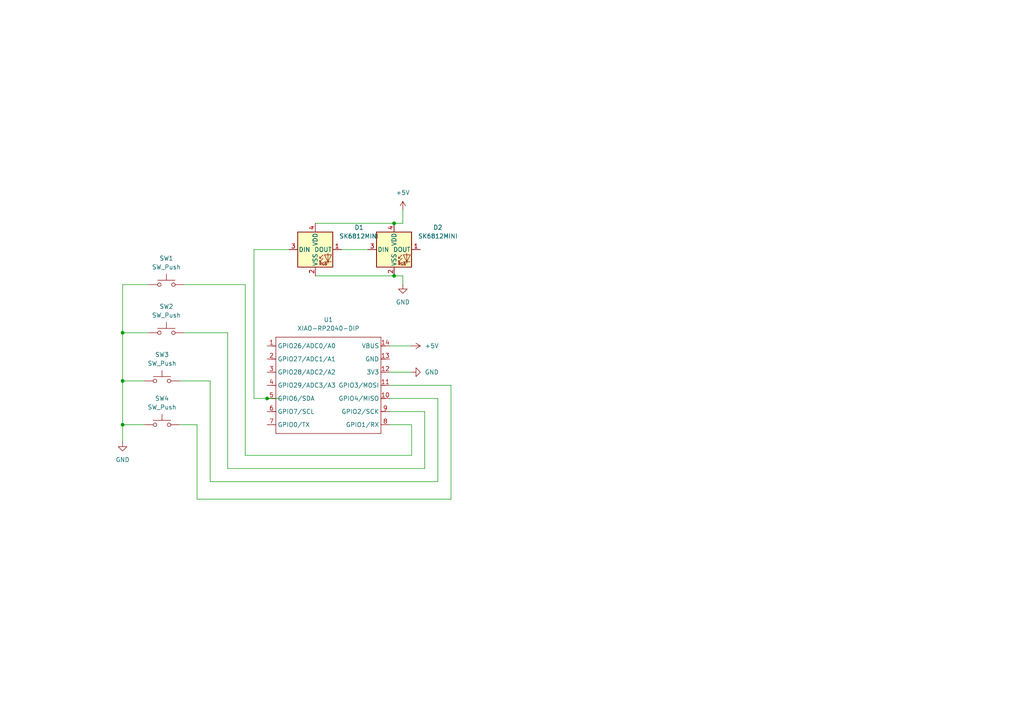
<source format=kicad_sch>
(kicad_sch
	(version 20250114)
	(generator "eeschema")
	(generator_version "9.0")
	(uuid "1d452e70-0e4a-42ed-9fad-1152291fd6e6")
	(paper "A4")
	(lib_symbols
		(symbol "LED:SK6812MINI"
			(pin_names
				(offset 0.254)
			)
			(exclude_from_sim no)
			(in_bom yes)
			(on_board yes)
			(property "Reference" "D"
				(at 5.08 5.715 0)
				(effects
					(font
						(size 1.27 1.27)
					)
					(justify right bottom)
				)
			)
			(property "Value" "SK6812MINI"
				(at 1.27 -5.715 0)
				(effects
					(font
						(size 1.27 1.27)
					)
					(justify left top)
				)
			)
			(property "Footprint" "LED_SMD:LED_SK6812MINI_PLCC4_3.5x3.5mm_P1.75mm"
				(at 1.27 -7.62 0)
				(effects
					(font
						(size 1.27 1.27)
					)
					(justify left top)
					(hide yes)
				)
			)
			(property "Datasheet" "https://cdn-shop.adafruit.com/product-files/2686/SK6812MINI_REV.01-1-2.pdf"
				(at 2.54 -9.525 0)
				(effects
					(font
						(size 1.27 1.27)
					)
					(justify left top)
					(hide yes)
				)
			)
			(property "Description" "RGB LED with integrated controller"
				(at 0 0 0)
				(effects
					(font
						(size 1.27 1.27)
					)
					(hide yes)
				)
			)
			(property "ki_keywords" "RGB LED NeoPixel Mini addressable"
				(at 0 0 0)
				(effects
					(font
						(size 1.27 1.27)
					)
					(hide yes)
				)
			)
			(property "ki_fp_filters" "LED*SK6812MINI*PLCC*3.5x3.5mm*P1.75mm*"
				(at 0 0 0)
				(effects
					(font
						(size 1.27 1.27)
					)
					(hide yes)
				)
			)
			(symbol "SK6812MINI_0_0"
				(text "RGB"
					(at 2.286 -4.191 0)
					(effects
						(font
							(size 0.762 0.762)
						)
					)
				)
			)
			(symbol "SK6812MINI_0_1"
				(polyline
					(pts
						(xy 1.27 -2.54) (xy 1.778 -2.54)
					)
					(stroke
						(width 0)
						(type default)
					)
					(fill
						(type none)
					)
				)
				(polyline
					(pts
						(xy 1.27 -3.556) (xy 1.778 -3.556)
					)
					(stroke
						(width 0)
						(type default)
					)
					(fill
						(type none)
					)
				)
				(polyline
					(pts
						(xy 2.286 -1.524) (xy 1.27 -2.54) (xy 1.27 -2.032)
					)
					(stroke
						(width 0)
						(type default)
					)
					(fill
						(type none)
					)
				)
				(polyline
					(pts
						(xy 2.286 -2.54) (xy 1.27 -3.556) (xy 1.27 -3.048)
					)
					(stroke
						(width 0)
						(type default)
					)
					(fill
						(type none)
					)
				)
				(polyline
					(pts
						(xy 3.683 -1.016) (xy 3.683 -3.556) (xy 3.683 -4.064)
					)
					(stroke
						(width 0)
						(type default)
					)
					(fill
						(type none)
					)
				)
				(polyline
					(pts
						(xy 4.699 -1.524) (xy 2.667 -1.524) (xy 3.683 -3.556) (xy 4.699 -1.524)
					)
					(stroke
						(width 0)
						(type default)
					)
					(fill
						(type none)
					)
				)
				(polyline
					(pts
						(xy 4.699 -3.556) (xy 2.667 -3.556)
					)
					(stroke
						(width 0)
						(type default)
					)
					(fill
						(type none)
					)
				)
				(rectangle
					(start 5.08 5.08)
					(end -5.08 -5.08)
					(stroke
						(width 0.254)
						(type default)
					)
					(fill
						(type background)
					)
				)
			)
			(symbol "SK6812MINI_1_1"
				(pin input line
					(at -7.62 0 0)
					(length 2.54)
					(name "DIN"
						(effects
							(font
								(size 1.27 1.27)
							)
						)
					)
					(number "3"
						(effects
							(font
								(size 1.27 1.27)
							)
						)
					)
				)
				(pin power_in line
					(at 0 7.62 270)
					(length 2.54)
					(name "VDD"
						(effects
							(font
								(size 1.27 1.27)
							)
						)
					)
					(number "4"
						(effects
							(font
								(size 1.27 1.27)
							)
						)
					)
				)
				(pin power_in line
					(at 0 -7.62 90)
					(length 2.54)
					(name "VSS"
						(effects
							(font
								(size 1.27 1.27)
							)
						)
					)
					(number "2"
						(effects
							(font
								(size 1.27 1.27)
							)
						)
					)
				)
				(pin output line
					(at 7.62 0 180)
					(length 2.54)
					(name "DOUT"
						(effects
							(font
								(size 1.27 1.27)
							)
						)
					)
					(number "1"
						(effects
							(font
								(size 1.27 1.27)
							)
						)
					)
				)
			)
			(embedded_fonts no)
		)
		(symbol "OPL:XIAO-RP2040-DIP"
			(exclude_from_sim no)
			(in_bom yes)
			(on_board yes)
			(property "Reference" "U"
				(at 0 0 0)
				(effects
					(font
						(size 1.27 1.27)
					)
				)
			)
			(property "Value" "XIAO-RP2040-DIP"
				(at 5.334 -1.778 0)
				(effects
					(font
						(size 1.27 1.27)
					)
				)
			)
			(property "Footprint" "Module:MOUDLE14P-XIAO-DIP-SMD"
				(at 14.478 -32.258 0)
				(effects
					(font
						(size 1.27 1.27)
					)
					(hide yes)
				)
			)
			(property "Datasheet" ""
				(at 0 0 0)
				(effects
					(font
						(size 1.27 1.27)
					)
					(hide yes)
				)
			)
			(property "Description" ""
				(at 0 0 0)
				(effects
					(font
						(size 1.27 1.27)
					)
					(hide yes)
				)
			)
			(symbol "XIAO-RP2040-DIP_1_0"
				(polyline
					(pts
						(xy -1.27 -2.54) (xy 29.21 -2.54)
					)
					(stroke
						(width 0.1524)
						(type solid)
					)
					(fill
						(type none)
					)
				)
				(polyline
					(pts
						(xy -1.27 -5.08) (xy -2.54 -5.08)
					)
					(stroke
						(width 0.1524)
						(type solid)
					)
					(fill
						(type none)
					)
				)
				(polyline
					(pts
						(xy -1.27 -5.08) (xy -1.27 -2.54)
					)
					(stroke
						(width 0.1524)
						(type solid)
					)
					(fill
						(type none)
					)
				)
				(polyline
					(pts
						(xy -1.27 -8.89) (xy -2.54 -8.89)
					)
					(stroke
						(width 0.1524)
						(type solid)
					)
					(fill
						(type none)
					)
				)
				(polyline
					(pts
						(xy -1.27 -8.89) (xy -1.27 -5.08)
					)
					(stroke
						(width 0.1524)
						(type solid)
					)
					(fill
						(type none)
					)
				)
				(polyline
					(pts
						(xy -1.27 -12.7) (xy -2.54 -12.7)
					)
					(stroke
						(width 0.1524)
						(type solid)
					)
					(fill
						(type none)
					)
				)
				(polyline
					(pts
						(xy -1.27 -12.7) (xy -1.27 -8.89)
					)
					(stroke
						(width 0.1524)
						(type solid)
					)
					(fill
						(type none)
					)
				)
				(polyline
					(pts
						(xy -1.27 -16.51) (xy -2.54 -16.51)
					)
					(stroke
						(width 0.1524)
						(type solid)
					)
					(fill
						(type none)
					)
				)
				(polyline
					(pts
						(xy -1.27 -16.51) (xy -1.27 -12.7)
					)
					(stroke
						(width 0.1524)
						(type solid)
					)
					(fill
						(type none)
					)
				)
				(polyline
					(pts
						(xy -1.27 -20.32) (xy -2.54 -20.32)
					)
					(stroke
						(width 0.1524)
						(type solid)
					)
					(fill
						(type none)
					)
				)
				(polyline
					(pts
						(xy -1.27 -24.13) (xy -2.54 -24.13)
					)
					(stroke
						(width 0.1524)
						(type solid)
					)
					(fill
						(type none)
					)
				)
				(polyline
					(pts
						(xy -1.27 -27.94) (xy -2.54 -27.94)
					)
					(stroke
						(width 0.1524)
						(type solid)
					)
					(fill
						(type none)
					)
				)
				(polyline
					(pts
						(xy -1.27 -30.48) (xy -1.27 -16.51)
					)
					(stroke
						(width 0.1524)
						(type solid)
					)
					(fill
						(type none)
					)
				)
				(polyline
					(pts
						(xy 29.21 -2.54) (xy 29.21 -5.08)
					)
					(stroke
						(width 0.1524)
						(type solid)
					)
					(fill
						(type none)
					)
				)
				(polyline
					(pts
						(xy 29.21 -5.08) (xy 29.21 -8.89)
					)
					(stroke
						(width 0.1524)
						(type solid)
					)
					(fill
						(type none)
					)
				)
				(polyline
					(pts
						(xy 29.21 -8.89) (xy 29.21 -12.7)
					)
					(stroke
						(width 0.1524)
						(type solid)
					)
					(fill
						(type none)
					)
				)
				(polyline
					(pts
						(xy 29.21 -12.7) (xy 29.21 -30.48)
					)
					(stroke
						(width 0.1524)
						(type solid)
					)
					(fill
						(type none)
					)
				)
				(polyline
					(pts
						(xy 29.21 -30.48) (xy -1.27 -30.48)
					)
					(stroke
						(width 0.1524)
						(type solid)
					)
					(fill
						(type none)
					)
				)
				(polyline
					(pts
						(xy 30.48 -5.08) (xy 29.21 -5.08)
					)
					(stroke
						(width 0.1524)
						(type solid)
					)
					(fill
						(type none)
					)
				)
				(polyline
					(pts
						(xy 30.48 -8.89) (xy 29.21 -8.89)
					)
					(stroke
						(width 0.1524)
						(type solid)
					)
					(fill
						(type none)
					)
				)
				(polyline
					(pts
						(xy 30.48 -12.7) (xy 29.21 -12.7)
					)
					(stroke
						(width 0.1524)
						(type solid)
					)
					(fill
						(type none)
					)
				)
				(polyline
					(pts
						(xy 30.48 -16.51) (xy 29.21 -16.51)
					)
					(stroke
						(width 0.1524)
						(type solid)
					)
					(fill
						(type none)
					)
				)
				(polyline
					(pts
						(xy 30.48 -20.32) (xy 29.21 -20.32)
					)
					(stroke
						(width 0.1524)
						(type solid)
					)
					(fill
						(type none)
					)
				)
				(polyline
					(pts
						(xy 30.48 -24.13) (xy 29.21 -24.13)
					)
					(stroke
						(width 0.1524)
						(type solid)
					)
					(fill
						(type none)
					)
				)
				(polyline
					(pts
						(xy 30.48 -27.94) (xy 29.21 -27.94)
					)
					(stroke
						(width 0.1524)
						(type solid)
					)
					(fill
						(type none)
					)
				)
				(pin passive line
					(at -3.81 -5.08 0)
					(length 2.54)
					(name "GPIO26/ADC0/A0"
						(effects
							(font
								(size 1.27 1.27)
							)
						)
					)
					(number "1"
						(effects
							(font
								(size 1.27 1.27)
							)
						)
					)
				)
				(pin passive line
					(at -3.81 -8.89 0)
					(length 2.54)
					(name "GPIO27/ADC1/A1"
						(effects
							(font
								(size 1.27 1.27)
							)
						)
					)
					(number "2"
						(effects
							(font
								(size 1.27 1.27)
							)
						)
					)
				)
				(pin passive line
					(at -3.81 -12.7 0)
					(length 2.54)
					(name "GPIO28/ADC2/A2"
						(effects
							(font
								(size 1.27 1.27)
							)
						)
					)
					(number "3"
						(effects
							(font
								(size 1.27 1.27)
							)
						)
					)
				)
				(pin passive line
					(at -3.81 -16.51 0)
					(length 2.54)
					(name "GPIO29/ADC3/A3"
						(effects
							(font
								(size 1.27 1.27)
							)
						)
					)
					(number "4"
						(effects
							(font
								(size 1.27 1.27)
							)
						)
					)
				)
				(pin passive line
					(at -3.81 -20.32 0)
					(length 2.54)
					(name "GPIO6/SDA"
						(effects
							(font
								(size 1.27 1.27)
							)
						)
					)
					(number "5"
						(effects
							(font
								(size 1.27 1.27)
							)
						)
					)
				)
				(pin passive line
					(at -3.81 -24.13 0)
					(length 2.54)
					(name "GPIO7/SCL"
						(effects
							(font
								(size 1.27 1.27)
							)
						)
					)
					(number "6"
						(effects
							(font
								(size 1.27 1.27)
							)
						)
					)
				)
				(pin passive line
					(at -3.81 -27.94 0)
					(length 2.54)
					(name "GPIO0/TX"
						(effects
							(font
								(size 1.27 1.27)
							)
						)
					)
					(number "7"
						(effects
							(font
								(size 1.27 1.27)
							)
						)
					)
				)
				(pin passive line
					(at 31.75 -5.08 180)
					(length 2.54)
					(name "VBUS"
						(effects
							(font
								(size 1.27 1.27)
							)
						)
					)
					(number "14"
						(effects
							(font
								(size 1.27 1.27)
							)
						)
					)
				)
				(pin passive line
					(at 31.75 -8.89 180)
					(length 2.54)
					(name "GND"
						(effects
							(font
								(size 1.27 1.27)
							)
						)
					)
					(number "13"
						(effects
							(font
								(size 1.27 1.27)
							)
						)
					)
				)
				(pin passive line
					(at 31.75 -12.7 180)
					(length 2.54)
					(name "3V3"
						(effects
							(font
								(size 1.27 1.27)
							)
						)
					)
					(number "12"
						(effects
							(font
								(size 1.27 1.27)
							)
						)
					)
				)
				(pin passive line
					(at 31.75 -16.51 180)
					(length 2.54)
					(name "GPIO3/MOSI"
						(effects
							(font
								(size 1.27 1.27)
							)
						)
					)
					(number "11"
						(effects
							(font
								(size 1.27 1.27)
							)
						)
					)
				)
				(pin passive line
					(at 31.75 -20.32 180)
					(length 2.54)
					(name "GPIO4/MISO"
						(effects
							(font
								(size 1.27 1.27)
							)
						)
					)
					(number "10"
						(effects
							(font
								(size 1.27 1.27)
							)
						)
					)
				)
				(pin passive line
					(at 31.75 -24.13 180)
					(length 2.54)
					(name "GPIO2/SCK"
						(effects
							(font
								(size 1.27 1.27)
							)
						)
					)
					(number "9"
						(effects
							(font
								(size 1.27 1.27)
							)
						)
					)
				)
				(pin passive line
					(at 31.75 -27.94 180)
					(length 2.54)
					(name "GPIO1/RX"
						(effects
							(font
								(size 1.27 1.27)
							)
						)
					)
					(number "8"
						(effects
							(font
								(size 1.27 1.27)
							)
						)
					)
				)
			)
			(embedded_fonts no)
		)
		(symbol "Switch:SW_Push"
			(pin_numbers
				(hide yes)
			)
			(pin_names
				(offset 1.016)
				(hide yes)
			)
			(exclude_from_sim no)
			(in_bom yes)
			(on_board yes)
			(property "Reference" "SW"
				(at 1.27 2.54 0)
				(effects
					(font
						(size 1.27 1.27)
					)
					(justify left)
				)
			)
			(property "Value" "SW_Push"
				(at 0 -1.524 0)
				(effects
					(font
						(size 1.27 1.27)
					)
				)
			)
			(property "Footprint" ""
				(at 0 5.08 0)
				(effects
					(font
						(size 1.27 1.27)
					)
					(hide yes)
				)
			)
			(property "Datasheet" "~"
				(at 0 5.08 0)
				(effects
					(font
						(size 1.27 1.27)
					)
					(hide yes)
				)
			)
			(property "Description" "Push button switch, generic, two pins"
				(at 0 0 0)
				(effects
					(font
						(size 1.27 1.27)
					)
					(hide yes)
				)
			)
			(property "ki_keywords" "switch normally-open pushbutton push-button"
				(at 0 0 0)
				(effects
					(font
						(size 1.27 1.27)
					)
					(hide yes)
				)
			)
			(symbol "SW_Push_0_1"
				(circle
					(center -2.032 0)
					(radius 0.508)
					(stroke
						(width 0)
						(type default)
					)
					(fill
						(type none)
					)
				)
				(polyline
					(pts
						(xy 0 1.27) (xy 0 3.048)
					)
					(stroke
						(width 0)
						(type default)
					)
					(fill
						(type none)
					)
				)
				(circle
					(center 2.032 0)
					(radius 0.508)
					(stroke
						(width 0)
						(type default)
					)
					(fill
						(type none)
					)
				)
				(polyline
					(pts
						(xy 2.54 1.27) (xy -2.54 1.27)
					)
					(stroke
						(width 0)
						(type default)
					)
					(fill
						(type none)
					)
				)
				(pin passive line
					(at -5.08 0 0)
					(length 2.54)
					(name "1"
						(effects
							(font
								(size 1.27 1.27)
							)
						)
					)
					(number "1"
						(effects
							(font
								(size 1.27 1.27)
							)
						)
					)
				)
				(pin passive line
					(at 5.08 0 180)
					(length 2.54)
					(name "2"
						(effects
							(font
								(size 1.27 1.27)
							)
						)
					)
					(number "2"
						(effects
							(font
								(size 1.27 1.27)
							)
						)
					)
				)
			)
			(embedded_fonts no)
		)
		(symbol "power:+5V"
			(power)
			(pin_numbers
				(hide yes)
			)
			(pin_names
				(offset 0)
				(hide yes)
			)
			(exclude_from_sim no)
			(in_bom yes)
			(on_board yes)
			(property "Reference" "#PWR"
				(at 0 -3.81 0)
				(effects
					(font
						(size 1.27 1.27)
					)
					(hide yes)
				)
			)
			(property "Value" "+5V"
				(at 0 3.556 0)
				(effects
					(font
						(size 1.27 1.27)
					)
				)
			)
			(property "Footprint" ""
				(at 0 0 0)
				(effects
					(font
						(size 1.27 1.27)
					)
					(hide yes)
				)
			)
			(property "Datasheet" ""
				(at 0 0 0)
				(effects
					(font
						(size 1.27 1.27)
					)
					(hide yes)
				)
			)
			(property "Description" "Power symbol creates a global label with name \"+5V\""
				(at 0 0 0)
				(effects
					(font
						(size 1.27 1.27)
					)
					(hide yes)
				)
			)
			(property "ki_keywords" "global power"
				(at 0 0 0)
				(effects
					(font
						(size 1.27 1.27)
					)
					(hide yes)
				)
			)
			(symbol "+5V_0_1"
				(polyline
					(pts
						(xy -0.762 1.27) (xy 0 2.54)
					)
					(stroke
						(width 0)
						(type default)
					)
					(fill
						(type none)
					)
				)
				(polyline
					(pts
						(xy 0 2.54) (xy 0.762 1.27)
					)
					(stroke
						(width 0)
						(type default)
					)
					(fill
						(type none)
					)
				)
				(polyline
					(pts
						(xy 0 0) (xy 0 2.54)
					)
					(stroke
						(width 0)
						(type default)
					)
					(fill
						(type none)
					)
				)
			)
			(symbol "+5V_1_1"
				(pin power_in line
					(at 0 0 90)
					(length 0)
					(name "~"
						(effects
							(font
								(size 1.27 1.27)
							)
						)
					)
					(number "1"
						(effects
							(font
								(size 1.27 1.27)
							)
						)
					)
				)
			)
			(embedded_fonts no)
		)
		(symbol "power:GND"
			(power)
			(pin_numbers
				(hide yes)
			)
			(pin_names
				(offset 0)
				(hide yes)
			)
			(exclude_from_sim no)
			(in_bom yes)
			(on_board yes)
			(property "Reference" "#PWR"
				(at 0 -6.35 0)
				(effects
					(font
						(size 1.27 1.27)
					)
					(hide yes)
				)
			)
			(property "Value" "GND"
				(at 0 -3.81 0)
				(effects
					(font
						(size 1.27 1.27)
					)
				)
			)
			(property "Footprint" ""
				(at 0 0 0)
				(effects
					(font
						(size 1.27 1.27)
					)
					(hide yes)
				)
			)
			(property "Datasheet" ""
				(at 0 0 0)
				(effects
					(font
						(size 1.27 1.27)
					)
					(hide yes)
				)
			)
			(property "Description" "Power symbol creates a global label with name \"GND\" , ground"
				(at 0 0 0)
				(effects
					(font
						(size 1.27 1.27)
					)
					(hide yes)
				)
			)
			(property "ki_keywords" "global power"
				(at 0 0 0)
				(effects
					(font
						(size 1.27 1.27)
					)
					(hide yes)
				)
			)
			(symbol "GND_0_1"
				(polyline
					(pts
						(xy 0 0) (xy 0 -1.27) (xy 1.27 -1.27) (xy 0 -2.54) (xy -1.27 -1.27) (xy 0 -1.27)
					)
					(stroke
						(width 0)
						(type default)
					)
					(fill
						(type none)
					)
				)
			)
			(symbol "GND_1_1"
				(pin power_in line
					(at 0 0 270)
					(length 0)
					(name "~"
						(effects
							(font
								(size 1.27 1.27)
							)
						)
					)
					(number "1"
						(effects
							(font
								(size 1.27 1.27)
							)
						)
					)
				)
			)
			(embedded_fonts no)
		)
	)
	(junction
		(at 35.56 123.19)
		(diameter 0)
		(color 0 0 0 0)
		(uuid "09effc6b-cc80-448f-b334-2b1d0e5d5fbb")
	)
	(junction
		(at 114.3 80.01)
		(diameter 0)
		(color 0 0 0 0)
		(uuid "19502ac4-0195-4a5d-bce1-22c3946f5962")
	)
	(junction
		(at 77.47 115.57)
		(diameter 0)
		(color 0 0 0 0)
		(uuid "8fbbcb5d-8496-4373-adb9-f2d41e43c71e")
	)
	(junction
		(at 35.56 96.52)
		(diameter 0)
		(color 0 0 0 0)
		(uuid "917e3b0e-6fc0-43b9-9e84-8d7cda86076a")
	)
	(junction
		(at 114.3 64.77)
		(diameter 0)
		(color 0 0 0 0)
		(uuid "9e0b6f37-b0bd-40d7-9b53-6768ae167ae1")
	)
	(junction
		(at 35.56 110.49)
		(diameter 0)
		(color 0 0 0 0)
		(uuid "ae1ab983-ce3f-4188-bc16-0c052eabd5d0")
	)
	(wire
		(pts
			(xy 113.03 100.33) (xy 119.38 100.33)
		)
		(stroke
			(width 0)
			(type default)
		)
		(uuid "0d61fe7c-f03b-4280-a1ba-449677bbd443")
	)
	(wire
		(pts
			(xy 81.28 115.57) (xy 77.47 115.57)
		)
		(stroke
			(width 0)
			(type default)
		)
		(uuid "0ded0630-7fc1-4d42-92b9-c06c88362638")
	)
	(wire
		(pts
			(xy 113.03 123.19) (xy 119.38 123.19)
		)
		(stroke
			(width 0)
			(type default)
		)
		(uuid "1faa626c-09e7-41c5-947f-096adef6cdfc")
	)
	(wire
		(pts
			(xy 60.96 110.49) (xy 60.96 139.7)
		)
		(stroke
			(width 0)
			(type default)
		)
		(uuid "3ab09297-0b22-461b-89b9-96c738949a60")
	)
	(wire
		(pts
			(xy 53.34 82.55) (xy 71.12 82.55)
		)
		(stroke
			(width 0)
			(type default)
		)
		(uuid "3c809074-70d0-444d-af51-8697cdaa0750")
	)
	(wire
		(pts
			(xy 91.44 64.77) (xy 114.3 64.77)
		)
		(stroke
			(width 0)
			(type default)
		)
		(uuid "407a3131-acc3-4fae-88c1-c58b22a8d76f")
	)
	(wire
		(pts
			(xy 41.91 123.19) (xy 35.56 123.19)
		)
		(stroke
			(width 0)
			(type default)
		)
		(uuid "41ecead7-5c51-4d2e-ae80-bf876a24c215")
	)
	(wire
		(pts
			(xy 60.96 139.7) (xy 127 139.7)
		)
		(stroke
			(width 0)
			(type default)
		)
		(uuid "473a0e14-3aad-48d6-90d2-1ded75279906")
	)
	(wire
		(pts
			(xy 35.56 123.19) (xy 35.56 128.27)
		)
		(stroke
			(width 0)
			(type default)
		)
		(uuid "4ba503f3-d9e6-4934-94d7-ab097e4f5b1c")
	)
	(wire
		(pts
			(xy 113.03 119.38) (xy 123.19 119.38)
		)
		(stroke
			(width 0)
			(type default)
		)
		(uuid "4df8629b-fc78-4f77-abe0-7afc214f54a8")
	)
	(wire
		(pts
			(xy 66.04 135.89) (xy 123.19 135.89)
		)
		(stroke
			(width 0)
			(type default)
		)
		(uuid "4f6ccafd-bb21-4060-a63e-84593763f767")
	)
	(wire
		(pts
			(xy 113.03 107.95) (xy 119.38 107.95)
		)
		(stroke
			(width 0)
			(type default)
		)
		(uuid "545f04c8-5d2b-4cc2-9459-31b940cbf21c")
	)
	(wire
		(pts
			(xy 35.56 82.55) (xy 35.56 96.52)
		)
		(stroke
			(width 0)
			(type default)
		)
		(uuid "5522c747-aa2a-4a30-928f-d0975d2062da")
	)
	(wire
		(pts
			(xy 127 139.7) (xy 127 115.57)
		)
		(stroke
			(width 0)
			(type default)
		)
		(uuid "55dfb040-2c59-485c-b77f-a01358509619")
	)
	(wire
		(pts
			(xy 57.15 144.78) (xy 130.81 144.78)
		)
		(stroke
			(width 0)
			(type default)
		)
		(uuid "578a5348-69c0-4859-8e0c-6af8f71a501d")
	)
	(wire
		(pts
			(xy 43.18 96.52) (xy 35.56 96.52)
		)
		(stroke
			(width 0)
			(type default)
		)
		(uuid "5e8187c0-5ab8-4e41-b1d4-5b16f3386485")
	)
	(wire
		(pts
			(xy 116.84 80.01) (xy 114.3 80.01)
		)
		(stroke
			(width 0)
			(type default)
		)
		(uuid "66d224fb-e6ae-4297-b134-8e580bd7973a")
	)
	(wire
		(pts
			(xy 53.34 96.52) (xy 66.04 96.52)
		)
		(stroke
			(width 0)
			(type default)
		)
		(uuid "73aefb71-a43d-4952-9499-91a77663d62e")
	)
	(wire
		(pts
			(xy 66.04 96.52) (xy 66.04 135.89)
		)
		(stroke
			(width 0)
			(type default)
		)
		(uuid "747c4b06-9d43-4f2d-9933-b970c0b22924")
	)
	(wire
		(pts
			(xy 35.56 110.49) (xy 35.56 123.19)
		)
		(stroke
			(width 0)
			(type default)
		)
		(uuid "75095870-01ea-4c79-b2f1-d01b5c3bd6aa")
	)
	(wire
		(pts
			(xy 71.12 132.08) (xy 119.38 132.08)
		)
		(stroke
			(width 0)
			(type default)
		)
		(uuid "771f6e88-9880-4de3-9fff-2a9f855161fd")
	)
	(wire
		(pts
			(xy 116.84 60.96) (xy 116.84 64.77)
		)
		(stroke
			(width 0)
			(type default)
		)
		(uuid "7720097b-1e63-4155-9213-f84d4973bfb8")
	)
	(wire
		(pts
			(xy 91.44 80.01) (xy 114.3 80.01)
		)
		(stroke
			(width 0)
			(type default)
		)
		(uuid "7722b078-c660-4c7e-b14b-e8ca16332874")
	)
	(wire
		(pts
			(xy 52.07 110.49) (xy 60.96 110.49)
		)
		(stroke
			(width 0)
			(type default)
		)
		(uuid "93d694e8-eac0-4c08-a16b-194ab2d1d2cf")
	)
	(wire
		(pts
			(xy 119.38 132.08) (xy 119.38 123.19)
		)
		(stroke
			(width 0)
			(type default)
		)
		(uuid "9db9c89a-cba8-4a1f-a1ce-7e0fa8e4bcc7")
	)
	(wire
		(pts
			(xy 73.66 115.57) (xy 73.66 72.39)
		)
		(stroke
			(width 0)
			(type default)
		)
		(uuid "a0af57f9-b0b9-4594-b34d-e10bd732caba")
	)
	(wire
		(pts
			(xy 113.03 111.76) (xy 130.81 111.76)
		)
		(stroke
			(width 0)
			(type default)
		)
		(uuid "a1116c35-2994-4502-b36f-bba9e2d9b0c0")
	)
	(wire
		(pts
			(xy 116.84 82.55) (xy 116.84 80.01)
		)
		(stroke
			(width 0)
			(type default)
		)
		(uuid "b7107a61-aedc-4780-bcc9-ceb164463c20")
	)
	(wire
		(pts
			(xy 57.15 123.19) (xy 57.15 144.78)
		)
		(stroke
			(width 0)
			(type default)
		)
		(uuid "b849a50a-5938-4d4d-aa2b-cff28eaf7dda")
	)
	(wire
		(pts
			(xy 130.81 144.78) (xy 130.81 111.76)
		)
		(stroke
			(width 0)
			(type default)
		)
		(uuid "b9b04c4b-89b7-48ea-a94e-b7447f94760d")
	)
	(wire
		(pts
			(xy 52.07 123.19) (xy 57.15 123.19)
		)
		(stroke
			(width 0)
			(type default)
		)
		(uuid "bb2b0f7d-4413-4f83-81ff-f346e7d280a3")
	)
	(wire
		(pts
			(xy 99.06 72.39) (xy 106.68 72.39)
		)
		(stroke
			(width 0)
			(type default)
		)
		(uuid "bccc240c-62b8-4eb5-aa35-c824bb381b24")
	)
	(wire
		(pts
			(xy 77.47 115.57) (xy 73.66 115.57)
		)
		(stroke
			(width 0)
			(type default)
		)
		(uuid "bd2fdcdb-b03b-4260-84a1-2f657d2f75c0")
	)
	(wire
		(pts
			(xy 73.66 72.39) (xy 83.82 72.39)
		)
		(stroke
			(width 0)
			(type default)
		)
		(uuid "c7dec2f9-c84e-41ae-ac50-61d8745694d3")
	)
	(wire
		(pts
			(xy 35.56 96.52) (xy 35.56 110.49)
		)
		(stroke
			(width 0)
			(type default)
		)
		(uuid "ca23cb61-f68f-4358-9f95-e4d545a9efe9")
	)
	(wire
		(pts
			(xy 116.84 64.77) (xy 114.3 64.77)
		)
		(stroke
			(width 0)
			(type default)
		)
		(uuid "e38316b7-ad8c-42be-8531-8200808f8f48")
	)
	(wire
		(pts
			(xy 41.91 110.49) (xy 35.56 110.49)
		)
		(stroke
			(width 0)
			(type default)
		)
		(uuid "edb091d1-d3de-499a-92bf-5d42dba0e4e9")
	)
	(wire
		(pts
			(xy 113.03 115.57) (xy 127 115.57)
		)
		(stroke
			(width 0)
			(type default)
		)
		(uuid "ee220543-89c6-4c84-90fa-3a32d8732ea8")
	)
	(wire
		(pts
			(xy 43.18 82.55) (xy 35.56 82.55)
		)
		(stroke
			(width 0)
			(type default)
		)
		(uuid "f375bdb6-d739-44c6-a8ad-b002e37b3c8d")
	)
	(wire
		(pts
			(xy 123.19 135.89) (xy 123.19 119.38)
		)
		(stroke
			(width 0)
			(type default)
		)
		(uuid "f3bb1a90-530a-46e1-bc9a-4a0fc470c2ce")
	)
	(wire
		(pts
			(xy 71.12 82.55) (xy 71.12 132.08)
		)
		(stroke
			(width 0)
			(type default)
		)
		(uuid "f4c65fff-18bf-4e9a-8b9b-a04684f85a27")
	)
	(symbol
		(lib_id "OPL:XIAO-RP2040-DIP")
		(at 81.28 95.25 0)
		(unit 1)
		(exclude_from_sim no)
		(in_bom yes)
		(on_board yes)
		(dnp no)
		(fields_autoplaced yes)
		(uuid "06a24ba5-4b63-4ffe-905f-8c277c2fdbae")
		(property "Reference" "U1"
			(at 95.25 92.71 0)
			(effects
				(font
					(size 1.27 1.27)
				)
			)
		)
		(property "Value" "XIAO-RP2040-DIP"
			(at 95.25 95.25 0)
			(effects
				(font
					(size 1.27 1.27)
				)
			)
		)
		(property "Footprint" "Library:XIAO-RP2040-DIP"
			(at 95.758 127.508 0)
			(effects
				(font
					(size 1.27 1.27)
				)
				(hide yes)
			)
		)
		(property "Datasheet" ""
			(at 81.28 95.25 0)
			(effects
				(font
					(size 1.27 1.27)
				)
				(hide yes)
			)
		)
		(property "Description" ""
			(at 81.28 95.25 0)
			(effects
				(font
					(size 1.27 1.27)
				)
				(hide yes)
			)
		)
		(pin "4"
			(uuid "db7b2c26-17ed-41fe-adbf-e36d4d3ce69b")
		)
		(pin "11"
			(uuid "ce4b69c5-9924-4ec3-8fef-d93e3f54e1f8")
		)
		(pin "1"
			(uuid "8f659dc0-8d32-4606-9036-8ba0f08550ae")
		)
		(pin "2"
			(uuid "7632c837-386d-4a4e-8609-045e104c8b75")
		)
		(pin "13"
			(uuid "c0314f83-d49e-4eb4-b83b-3d9bb7a956a0")
		)
		(pin "10"
			(uuid "78483cee-2930-4509-940b-4e9e1c383728")
		)
		(pin "9"
			(uuid "f2847d4f-3246-4fcc-90fd-cf7810530c5b")
		)
		(pin "3"
			(uuid "54fbddc2-e905-43d6-bb25-2a906bb8de7e")
		)
		(pin "5"
			(uuid "804d24cc-c0e5-46d7-a42e-73d5894b4ff5")
		)
		(pin "6"
			(uuid "fcfb0163-e598-4f13-bbd8-8d3541f33c4b")
		)
		(pin "7"
			(uuid "f9c738fa-0f6d-47c4-bafa-231597482ed6")
		)
		(pin "14"
			(uuid "6c532252-63f0-49b3-a01c-2840a7cbf8be")
		)
		(pin "12"
			(uuid "9ead6351-1b6b-4c92-8c08-db5e67717135")
		)
		(pin "8"
			(uuid "b886372a-4799-4774-9a98-8585fd5b141a")
		)
		(instances
			(project ""
				(path "/1d452e70-0e4a-42ed-9fad-1152291fd6e6"
					(reference "U1")
					(unit 1)
				)
			)
		)
	)
	(symbol
		(lib_id "Switch:SW_Push")
		(at 48.26 96.52 0)
		(unit 1)
		(exclude_from_sim no)
		(in_bom yes)
		(on_board yes)
		(dnp no)
		(fields_autoplaced yes)
		(uuid "06e7ed59-2599-47d7-8a56-718a8fc23656")
		(property "Reference" "SW2"
			(at 48.26 88.9 0)
			(effects
				(font
					(size 1.27 1.27)
				)
			)
		)
		(property "Value" "SW_Push"
			(at 48.26 91.44 0)
			(effects
				(font
					(size 1.27 1.27)
				)
			)
		)
		(property "Footprint" "Button_Switch_Keyboard:SW_Cherry_MX_1.00u_PCB"
			(at 48.26 91.44 0)
			(effects
				(font
					(size 1.27 1.27)
				)
				(hide yes)
			)
		)
		(property "Datasheet" "~"
			(at 48.26 91.44 0)
			(effects
				(font
					(size 1.27 1.27)
				)
				(hide yes)
			)
		)
		(property "Description" "Push button switch, generic, two pins"
			(at 48.26 96.52 0)
			(effects
				(font
					(size 1.27 1.27)
				)
				(hide yes)
			)
		)
		(pin "2"
			(uuid "73f52291-bb9c-466e-a69c-0e5ebe67b560")
		)
		(pin "1"
			(uuid "cd2952f5-4da0-4fc3-909d-c8727326a185")
		)
		(instances
			(project "custom keyboard"
				(path "/1d452e70-0e4a-42ed-9fad-1152291fd6e6"
					(reference "SW2")
					(unit 1)
				)
			)
		)
	)
	(symbol
		(lib_id "Switch:SW_Push")
		(at 46.99 110.49 0)
		(unit 1)
		(exclude_from_sim no)
		(in_bom yes)
		(on_board yes)
		(dnp no)
		(fields_autoplaced yes)
		(uuid "09316a17-eee0-472b-a5f1-381a7c7e1df6")
		(property "Reference" "SW3"
			(at 46.99 102.87 0)
			(effects
				(font
					(size 1.27 1.27)
				)
			)
		)
		(property "Value" "SW_Push"
			(at 46.99 105.41 0)
			(effects
				(font
					(size 1.27 1.27)
				)
			)
		)
		(property "Footprint" "Button_Switch_Keyboard:SW_Cherry_MX_1.00u_PCB"
			(at 46.99 105.41 0)
			(effects
				(font
					(size 1.27 1.27)
				)
				(hide yes)
			)
		)
		(property "Datasheet" "~"
			(at 46.99 105.41 0)
			(effects
				(font
					(size 1.27 1.27)
				)
				(hide yes)
			)
		)
		(property "Description" "Push button switch, generic, two pins"
			(at 46.99 110.49 0)
			(effects
				(font
					(size 1.27 1.27)
				)
				(hide yes)
			)
		)
		(pin "2"
			(uuid "b46365b5-a8f6-46fc-a813-06c514dbc33a")
		)
		(pin "1"
			(uuid "3a052f4a-c389-48fc-93db-337ffd520ad5")
		)
		(instances
			(project "custom keyboard"
				(path "/1d452e70-0e4a-42ed-9fad-1152291fd6e6"
					(reference "SW3")
					(unit 1)
				)
			)
		)
	)
	(symbol
		(lib_id "Switch:SW_Push")
		(at 46.99 123.19 0)
		(unit 1)
		(exclude_from_sim no)
		(in_bom yes)
		(on_board yes)
		(dnp no)
		(fields_autoplaced yes)
		(uuid "0c8deb8e-ca05-4eba-8f04-c051e5aade61")
		(property "Reference" "SW4"
			(at 46.99 115.57 0)
			(effects
				(font
					(size 1.27 1.27)
				)
			)
		)
		(property "Value" "SW_Push"
			(at 46.99 118.11 0)
			(effects
				(font
					(size 1.27 1.27)
				)
			)
		)
		(property "Footprint" "Button_Switch_Keyboard:SW_Cherry_MX_1.00u_PCB"
			(at 46.99 118.11 0)
			(effects
				(font
					(size 1.27 1.27)
				)
				(hide yes)
			)
		)
		(property "Datasheet" "~"
			(at 46.99 118.11 0)
			(effects
				(font
					(size 1.27 1.27)
				)
				(hide yes)
			)
		)
		(property "Description" "Push button switch, generic, two pins"
			(at 46.99 123.19 0)
			(effects
				(font
					(size 1.27 1.27)
				)
				(hide yes)
			)
		)
		(pin "2"
			(uuid "86f355ec-2d1b-4987-b538-298a844a6a86")
		)
		(pin "1"
			(uuid "2cb521eb-3759-4659-be10-99b13b5b6c82")
		)
		(instances
			(project "custom keyboard"
				(path "/1d452e70-0e4a-42ed-9fad-1152291fd6e6"
					(reference "SW4")
					(unit 1)
				)
			)
		)
	)
	(symbol
		(lib_id "power:GND")
		(at 119.38 107.95 90)
		(unit 1)
		(exclude_from_sim no)
		(in_bom yes)
		(on_board yes)
		(dnp no)
		(fields_autoplaced yes)
		(uuid "31746027-147f-4e4e-88ac-9f8f54a26101")
		(property "Reference" "#PWR02"
			(at 125.73 107.95 0)
			(effects
				(font
					(size 1.27 1.27)
				)
				(hide yes)
			)
		)
		(property "Value" "GND"
			(at 123.19 107.9499 90)
			(effects
				(font
					(size 1.27 1.27)
				)
				(justify right)
			)
		)
		(property "Footprint" ""
			(at 119.38 107.95 0)
			(effects
				(font
					(size 1.27 1.27)
				)
				(hide yes)
			)
		)
		(property "Datasheet" ""
			(at 119.38 107.95 0)
			(effects
				(font
					(size 1.27 1.27)
				)
				(hide yes)
			)
		)
		(property "Description" "Power symbol creates a global label with name \"GND\" , ground"
			(at 119.38 107.95 0)
			(effects
				(font
					(size 1.27 1.27)
				)
				(hide yes)
			)
		)
		(pin "1"
			(uuid "e7ed5af7-e93f-4626-8da0-e8211d2770c2")
		)
		(instances
			(project "custom keyboard"
				(path "/1d452e70-0e4a-42ed-9fad-1152291fd6e6"
					(reference "#PWR02")
					(unit 1)
				)
			)
		)
	)
	(symbol
		(lib_id "power:+5V")
		(at 116.84 60.96 0)
		(unit 1)
		(exclude_from_sim no)
		(in_bom yes)
		(on_board yes)
		(dnp no)
		(fields_autoplaced yes)
		(uuid "44260631-a44d-48a1-adc1-e713731de7fb")
		(property "Reference" "#PWR04"
			(at 116.84 64.77 0)
			(effects
				(font
					(size 1.27 1.27)
				)
				(hide yes)
			)
		)
		(property "Value" "+5V"
			(at 116.84 55.88 0)
			(effects
				(font
					(size 1.27 1.27)
				)
			)
		)
		(property "Footprint" ""
			(at 116.84 60.96 0)
			(effects
				(font
					(size 1.27 1.27)
				)
				(hide yes)
			)
		)
		(property "Datasheet" ""
			(at 116.84 60.96 0)
			(effects
				(font
					(size 1.27 1.27)
				)
				(hide yes)
			)
		)
		(property "Description" "Power symbol creates a global label with name \"+5V\""
			(at 116.84 60.96 0)
			(effects
				(font
					(size 1.27 1.27)
				)
				(hide yes)
			)
		)
		(pin "1"
			(uuid "bac8e133-f98d-470c-a36e-c4b7ac32e60d")
		)
		(instances
			(project ""
				(path "/1d452e70-0e4a-42ed-9fad-1152291fd6e6"
					(reference "#PWR04")
					(unit 1)
				)
			)
		)
	)
	(symbol
		(lib_id "LED:SK6812MINI")
		(at 91.44 72.39 0)
		(unit 1)
		(exclude_from_sim no)
		(in_bom yes)
		(on_board yes)
		(dnp no)
		(fields_autoplaced yes)
		(uuid "46ea1f33-64d7-418d-8680-992bf4408bf4")
		(property "Reference" "D1"
			(at 104.14 65.9698 0)
			(effects
				(font
					(size 1.27 1.27)
				)
			)
		)
		(property "Value" "SK6812MINI"
			(at 104.14 68.5098 0)
			(effects
				(font
					(size 1.27 1.27)
				)
			)
		)
		(property "Footprint" "LED_SMD:LED_SK6812MINI_PLCC4_3.5x3.5mm_P1.75mm"
			(at 92.71 80.01 0)
			(effects
				(font
					(size 1.27 1.27)
				)
				(justify left top)
				(hide yes)
			)
		)
		(property "Datasheet" "https://cdn-shop.adafruit.com/product-files/2686/SK6812MINI_REV.01-1-2.pdf"
			(at 93.98 81.915 0)
			(effects
				(font
					(size 1.27 1.27)
				)
				(justify left top)
				(hide yes)
			)
		)
		(property "Description" "RGB LED with integrated controller"
			(at 91.44 72.39 0)
			(effects
				(font
					(size 1.27 1.27)
				)
				(hide yes)
			)
		)
		(pin "4"
			(uuid "792d2238-d7ef-41ff-958a-6b1ba945ea0a")
		)
		(pin "1"
			(uuid "df979891-f76d-41fa-8d77-73aaa42c701b")
		)
		(pin "3"
			(uuid "d574d7d7-38a3-4ec0-8f7c-a21adc18a2b8")
		)
		(pin "2"
			(uuid "54c79b8f-3fdf-4474-a866-caffc11a5165")
		)
		(instances
			(project ""
				(path "/1d452e70-0e4a-42ed-9fad-1152291fd6e6"
					(reference "D1")
					(unit 1)
				)
			)
		)
	)
	(symbol
		(lib_id "power:GND")
		(at 116.84 82.55 0)
		(unit 1)
		(exclude_from_sim no)
		(in_bom yes)
		(on_board yes)
		(dnp no)
		(fields_autoplaced yes)
		(uuid "72da7c20-ec3f-434a-b444-dbc05730b7fe")
		(property "Reference" "#PWR03"
			(at 116.84 88.9 0)
			(effects
				(font
					(size 1.27 1.27)
				)
				(hide yes)
			)
		)
		(property "Value" "GND"
			(at 116.84 87.63 0)
			(effects
				(font
					(size 1.27 1.27)
				)
			)
		)
		(property "Footprint" ""
			(at 116.84 82.55 0)
			(effects
				(font
					(size 1.27 1.27)
				)
				(hide yes)
			)
		)
		(property "Datasheet" ""
			(at 116.84 82.55 0)
			(effects
				(font
					(size 1.27 1.27)
				)
				(hide yes)
			)
		)
		(property "Description" "Power symbol creates a global label with name \"GND\" , ground"
			(at 116.84 82.55 0)
			(effects
				(font
					(size 1.27 1.27)
				)
				(hide yes)
			)
		)
		(pin "1"
			(uuid "cf25238e-cf05-42d6-b901-1aeef05280a9")
		)
		(instances
			(project "custom keyboard"
				(path "/1d452e70-0e4a-42ed-9fad-1152291fd6e6"
					(reference "#PWR03")
					(unit 1)
				)
			)
		)
	)
	(symbol
		(lib_id "power:GND")
		(at 35.56 128.27 0)
		(unit 1)
		(exclude_from_sim no)
		(in_bom yes)
		(on_board yes)
		(dnp no)
		(fields_autoplaced yes)
		(uuid "b43ac7dd-f84f-4fac-b42f-d997f858fa15")
		(property "Reference" "#PWR01"
			(at 35.56 134.62 0)
			(effects
				(font
					(size 1.27 1.27)
				)
				(hide yes)
			)
		)
		(property "Value" "GND"
			(at 35.56 133.35 0)
			(effects
				(font
					(size 1.27 1.27)
				)
			)
		)
		(property "Footprint" ""
			(at 35.56 128.27 0)
			(effects
				(font
					(size 1.27 1.27)
				)
				(hide yes)
			)
		)
		(property "Datasheet" ""
			(at 35.56 128.27 0)
			(effects
				(font
					(size 1.27 1.27)
				)
				(hide yes)
			)
		)
		(property "Description" "Power symbol creates a global label with name \"GND\" , ground"
			(at 35.56 128.27 0)
			(effects
				(font
					(size 1.27 1.27)
				)
				(hide yes)
			)
		)
		(pin "1"
			(uuid "e710eb98-8714-4efc-8446-d169ae150720")
		)
		(instances
			(project ""
				(path "/1d452e70-0e4a-42ed-9fad-1152291fd6e6"
					(reference "#PWR01")
					(unit 1)
				)
			)
		)
	)
	(symbol
		(lib_id "power:+5V")
		(at 119.38 100.33 270)
		(unit 1)
		(exclude_from_sim no)
		(in_bom yes)
		(on_board yes)
		(dnp no)
		(fields_autoplaced yes)
		(uuid "ca9adda2-17bc-4872-a759-c35b2d36a192")
		(property "Reference" "#PWR05"
			(at 115.57 100.33 0)
			(effects
				(font
					(size 1.27 1.27)
				)
				(hide yes)
			)
		)
		(property "Value" "+5V"
			(at 123.19 100.3299 90)
			(effects
				(font
					(size 1.27 1.27)
				)
				(justify left)
			)
		)
		(property "Footprint" ""
			(at 119.38 100.33 0)
			(effects
				(font
					(size 1.27 1.27)
				)
				(hide yes)
			)
		)
		(property "Datasheet" ""
			(at 119.38 100.33 0)
			(effects
				(font
					(size 1.27 1.27)
				)
				(hide yes)
			)
		)
		(property "Description" "Power symbol creates a global label with name \"+5V\""
			(at 119.38 100.33 0)
			(effects
				(font
					(size 1.27 1.27)
				)
				(hide yes)
			)
		)
		(pin "1"
			(uuid "069d5105-2c54-4634-bda4-e698acca2f48")
		)
		(instances
			(project "custom keyboard"
				(path "/1d452e70-0e4a-42ed-9fad-1152291fd6e6"
					(reference "#PWR05")
					(unit 1)
				)
			)
		)
	)
	(symbol
		(lib_id "Switch:SW_Push")
		(at 48.26 82.55 0)
		(unit 1)
		(exclude_from_sim no)
		(in_bom yes)
		(on_board yes)
		(dnp no)
		(fields_autoplaced yes)
		(uuid "deca109f-8a9e-4c3d-922e-7ebaf224a0dd")
		(property "Reference" "SW1"
			(at 48.26 74.93 0)
			(effects
				(font
					(size 1.27 1.27)
				)
			)
		)
		(property "Value" "SW_Push"
			(at 48.26 77.47 0)
			(effects
				(font
					(size 1.27 1.27)
				)
			)
		)
		(property "Footprint" "Button_Switch_Keyboard:SW_Cherry_MX_1.00u_PCB"
			(at 48.26 77.47 0)
			(effects
				(font
					(size 1.27 1.27)
				)
				(hide yes)
			)
		)
		(property "Datasheet" "~"
			(at 48.26 77.47 0)
			(effects
				(font
					(size 1.27 1.27)
				)
				(hide yes)
			)
		)
		(property "Description" "Push button switch, generic, two pins"
			(at 48.26 82.55 0)
			(effects
				(font
					(size 1.27 1.27)
				)
				(hide yes)
			)
		)
		(pin "2"
			(uuid "6280909d-826c-464e-afaf-7d67ba95cfcd")
		)
		(pin "1"
			(uuid "696992ae-2cec-4214-84b0-e16edf38347b")
		)
		(instances
			(project ""
				(path "/1d452e70-0e4a-42ed-9fad-1152291fd6e6"
					(reference "SW1")
					(unit 1)
				)
			)
		)
	)
	(symbol
		(lib_id "LED:SK6812MINI")
		(at 114.3 72.39 0)
		(unit 1)
		(exclude_from_sim no)
		(in_bom yes)
		(on_board yes)
		(dnp no)
		(fields_autoplaced yes)
		(uuid "e612081f-d601-40a0-a63f-b69f0498df9e")
		(property "Reference" "D2"
			(at 127 65.9698 0)
			(effects
				(font
					(size 1.27 1.27)
				)
			)
		)
		(property "Value" "SK6812MINI"
			(at 127 68.5098 0)
			(effects
				(font
					(size 1.27 1.27)
				)
			)
		)
		(property "Footprint" "LED_SMD:LED_SK6812MINI_PLCC4_3.5x3.5mm_P1.75mm"
			(at 115.57 80.01 0)
			(effects
				(font
					(size 1.27 1.27)
				)
				(justify left top)
				(hide yes)
			)
		)
		(property "Datasheet" "https://cdn-shop.adafruit.com/product-files/2686/SK6812MINI_REV.01-1-2.pdf"
			(at 116.84 81.915 0)
			(effects
				(font
					(size 1.27 1.27)
				)
				(justify left top)
				(hide yes)
			)
		)
		(property "Description" "RGB LED with integrated controller"
			(at 114.3 72.39 0)
			(effects
				(font
					(size 1.27 1.27)
				)
				(hide yes)
			)
		)
		(pin "4"
			(uuid "89b2acd4-02c2-4b6e-b947-8a0d2795ccc9")
		)
		(pin "1"
			(uuid "375d991f-64f5-4094-91da-34d07575a79b")
		)
		(pin "3"
			(uuid "33d95b85-041b-476c-933d-41b11472fbab")
		)
		(pin "2"
			(uuid "c72f1603-2b2f-45a4-b02e-2161871487a4")
		)
		(instances
			(project "custom keyboard"
				(path "/1d452e70-0e4a-42ed-9fad-1152291fd6e6"
					(reference "D2")
					(unit 1)
				)
			)
		)
	)
	(sheet_instances
		(path "/"
			(page "1")
		)
	)
	(embedded_fonts no)
)

</source>
